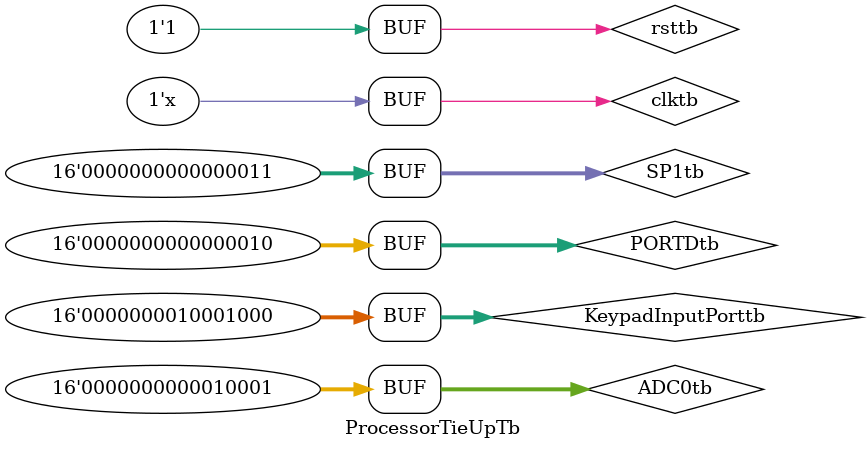
<source format=v>
`timescale 1ns / 1ps


module ProcessorTieUpTb();
    //input data registers
    reg [15:0] KeypadInputPorttb;
    reg [15:0] ADC0tb;
    reg [15:0] PORTDtb; //toggle connected to D0
    reg [15:0] SP1tb;
    
    //input instruction register
    wire [15:0] IRtb;
    
    //clock and reset pins
    reg clktb;
    reg rsttb;
    
    //output of internal registers
    wire [15:0] PCtb;
    wire [15:0] R0tb;
    wire [15:0] R1tb;
    wire [15:0] R2tb;
    wire [15:0] R3tb;
    wire [15:0] ACCtb;
    wire [15:0] BREGtb;
    wire [15:0] Ctb;
    wire [15:0] PORTBtb; //servo connected to B0
    wire [15:0] MBRtb;

    //Latched Values of Input registers
    wire [15:0] SP1Latchedtb;
    wire [15:0] ADC0Latchedtb;
    wire [15:0] PORTDLatchedtb; //toggle connected to D0
    wire [15:0] MARtb;
    wire [15:0] KeypadResulttb;

    
    wire [2:0] statetb;
    
    //control word outputs
    wire [3:0] OP1tb;
    wire [3:0] OP2tb;
    wire [3:0] OP3tb;
    wire [3:0] OP4tb;


//module ProcessorTieUpTb();
//    //data registers
//    reg [15:0] KeypadInputPorttb;
//    reg [15:0] ADC0tb;
//    reg [15:0] PORTDtb; //toggle connected to D0
//    reg [15:0] SP1tb;
//    //instruction register
//    wire [15:0] IRtb;
//    //clock and reset pins
//    reg clktb;
//    reg rsttb;
//    //of internal registers
//    wire [15:0] PCtb;
//    wire [15:0] R0tb;
//    wire [15:0] R1tb;
//    wire [15:0] R2tb;
//    wire [15:0] R3tb;
//    wire [15:0] ACCtb;
//    wire [15:0] BREGtb;
//    wire [15:0] Ctb;
//    wire [15:0] PORTBtb; //servo connected to B0
//    wire [15:0] MBRtb;
//    //Latched Values of registers
//    wire [15:0] SP1Latchedtb;
//    wire [15:0] ADC0Latchedtb;
//    wire [15:0] PORTDLatchedtb; //toggle connected to D0
//    wire [15:0] MARtb;
//    wire [15:0] KeypadResulttb;
    
//    wire [2:0] statetb;
//    //control word outputs
//    wire [3:0] OP1tb;
//    wire [3:0] OP2tb;
//    wire [3:0] OP3tb;
//    wire [3:0] OP4tb;
    
    
ProcessorTieUp U1(
    .KeypadInputPort(KeypadInputPorttb),
    .ADC0(ADC0tb),
	.PORTD(PORTDtb),
    .SP1(SP1tb),
    .IR(IRtb),
	.clk(clktb),
    .rst(rsttb),
	.PC(PCtb),
	.R0(R0tb),
    .R1(R1tb),
	.R2(R2tb),
    .R3(R3tb),
    .ACC(ACCtb),
	.BREG(BREGtb),
    .C(Ctb),
    .PORTB(PORTBtb),
    .MBR(MBRtb),
	.SP1Latched(SP1Latchedtb),
    .ADC0Latched(ADC0Latchedtb),
    .PORTDLatched(PORTDLatchedtb), 
	.MAR(MARtb),
	.KeypadResult(KeypadResulttb),
	.state(statetb),
	.OP1(OP1tb),
    .OP2(OP2tb),
    .OP3(OP3tb),
    .OP4(OP4tb)
    );

initial 
        begin
                #20 rsttb=1'b0; clktb=1'b0; KeypadInputPorttb = 8'h88; ADC0tb = 8'h11; PORTDtb = 8'h02; SP1tb = 8'h03;
                #1 rsttb=1'b1;
        end

always
        begin
                #1 clktb=~clktb;  // Clock Pulse Generation
        end


//initial 
//        begin
//                #22 SP1t=4'd7;  SP2t=4'd2; Literalt=4'd7;  ALUDirt[7:4]=4'd1;  ALUDirt[3:0]=4'd0;  opt=4'd0; IOt=4'd15;  // Load AB
//                #6 SP1t=4'd7;  SP2t=4'd2; Literalt=4'd7;  ALUDirt[7:4]=4'd7;  ALUDirt[3:0]=4'd7;  opt=4'd1; IOt=4'd15;   // ADD AB
//                #6 SP1t=4'd7;  SP2t=4'd2; Literalt=4'd7;  ALUDirt[7:4]=4'd7;  ALUDirt[3:0]=4'd7;  opt=4'd0; IOt=4'd12;  // SP3<-A
//                #6 SP1t=4'd7;  SP2t=4'd2; Literalt=4'd7;  ALUDirt[7:4]=4'd1;  ALUDirt[3:0]=4'd0;  opt=4'd0; IOt=4'd15;  // Load AB
//                #6 SP1t=4'd7;  SP2t=4'd2; Literalt=4'd7;  ALUDirt[7:4]=4'd7;  ALUDirt[3:0]=4'd7;  opt=4'd2; IOt=4'd15;   // SUB AB
//                #6 SP1t=4'd7;  SP2t=4'd2; Literalt=4'd7;  ALUDirt[7:4]=4'd7;  ALUDirt[3:0]=4'd7;  opt=4'd0; IOt=4'd12;  // SP3<-A
//                #6 SP1t=4'd7;  SP2t=4'd2; Literalt=4'd7;  ALUDirt[7:4]=4'd1;  ALUDirt[3:0]=4'd0;  opt=4'd0; IOt=4'd15;  // Load AB
//                #6 SP1t=4'd7;  SP2t=4'd2; Literalt=4'd7;  ALUDirt[7:4]=4'd7;  ALUDirt[3:0]=4'd7;  opt=4'd3; IOt=4'd15;   // AND AB
//                #6 SP1t=4'd7;  SP2t=4'd2; Literalt=4'd7;  ALUDirt[7:4]=4'd7;  ALUDirt[3:0]=4'd7;  opt=4'd0; IOt=4'd12;  // SP3<-A
//                #6 SP1t=4'd7;  SP2t=4'd2; Literalt=4'd7;  ALUDirt[7:4]=4'd1;  ALUDirt[3:0]=4'd0;  opt=4'd0; IOt=4'd15;  // Load AB
//                #6 SP1t=4'd7;  SP2t=4'd2; Literalt=4'd7;  ALUDirt[7:4]=4'd7;  ALUDirt[3:0]=4'd7;  opt=4'd4; IOt=4'd15;   // ORL AB
//                #6 SP1t=4'd7;  SP2t=4'd2; Literalt=4'd7;  ALUDirt[7:4]=4'd7;  ALUDirt[3:0]=4'd7;  opt=4'd0; IOt=4'd12;  // SP3<-A
//                #6 SP1t=4'd7;  SP2t=4'd2; Literalt=4'd7;  ALUDirt[7:4]=4'd1;  ALUDirt[3:0]=4'd0;  opt=4'd0; IOt=4'd15;  // Load AB
//                #6 SP1t=4'd7;  SP2t=4'd2; Literalt=4'd7;  ALUDirt[7:4]=4'd7;  ALUDirt[3:0]=4'd7;  opt=4'd5; IOt=4'd15;   // NOT A
//                #6 SP1t=4'd7;  SP2t=4'd2; Literalt=4'd7;  ALUDirt[7:4]=4'd7;  ALUDirt[3:0]=4'd7;  opt=4'd0; IOt=4'd12;  // SP3<-A
//                #6 SP1t=4'd7;  SP2t=4'd2; Literalt=4'd7;  ALUDirt[7:4]=4'd1;  ALUDirt[3:0]=4'd0;  opt=4'd0; IOt=4'd15;  // Load AB
//                #6 SP1t=4'd7;  SP2t=4'd2; Literalt=4'd7;  ALUDirt[7:4]=4'd7;  ALUDirt[3:0]=4'd7;  opt=4'd6; IOt=4'd15;   // XOR AB
//                #6 SP1t=4'd7;  SP2t=4'd2; Literalt=4'd7;  ALUDirt[7:4]=4'd7;  ALUDirt[3:0]=4'd7;  opt=4'd0; IOt=4'd12;  // SP3<-A
//                #6 SP1t=4'd7;  SP2t=4'd2; Literalt=4'd7;  ALUDirt[7:4]=4'd1;  ALUDirt[3:0]=4'd0;  opt=4'd0; IOt=4'd15;  // Load AB
//                #6 SP1t=4'd7;  SP2t=4'd2; Literalt=4'd7;  ALUDirt[7:4]=4'd7;  ALUDirt[3:0]=4'd7;  opt=4'd7; IOt=4'd15;   // ADD ALt AB
//                #6 SP1t=4'd7;  SP2t=4'd2; Literalt=4'd7;  ALUDirt[7:4]=4'd7;  ALUDirt[3:0]=4'd7;  opt=4'd0; IOt=4'd12;  // SP3<-A
//                #6 SP1t=4'd7;  SP2t=4'd2; Literalt=4'd7;  ALUDirt[7:4]=4'd1;  ALUDirt[3:0]=4'd0;  opt=4'd0; IOt=4'd15;  // Load AB
//                #6 SP1t=4'd7;  SP2t=4'd2; Literalt=4'd7;  ALUDirt[7:4]=4'd7;  ALUDirt[3:0]=4'd7;  opt=4'd8; IOt=4'd15;   // SUB ALit AB
//                #6 SP1t=4'd7;  SP2t=4'd2; Literalt=4'd7;  ALUDirt[7:4]=4'd7;  ALUDirt[3:0]=4'd7;  opt=4'd0; IOt=4'd12;  // SP3<-A
//                #6 SP1t=4'd7;  SP2t=4'd2; Literalt=4'd7;  ALUDirt[7:4]=4'd1;  ALUDirt[3:0]=4'd0;  opt=4'd0; IOt=4'd15;  // Load AB
//                #6 SP1t=4'd7;  SP2t=4'd2; Literalt=4'd7;  ALUDirt[7:4]=4'd7;  ALUDirt[3:0]=4'd7;  opt=4'd9; IOt=4'd15;   // AND AB
//                #6 SP1t=4'd7;  SP2t=4'd2; Literalt=4'd7;  ALUDirt[7:4]=4'd7;  ALUDirt[3:0]=4'd7;  opt=4'd0; IOt=4'd12;  // SP3<-A
//                #6 SP1t=4'd7;  SP2t=4'd2; Literalt=4'd7;  ALUDirt[7:4]=4'd1;  ALUDirt[3:0]=4'd0;  opt=4'd0; IOt=4'd15;  // Load AB
//                #6 SP1t=4'd7;  SP2t=4'd2; Literalt=4'd7;  ALUDirt[7:4]=4'd7;  ALUDirt[3:0]=4'd7;  opt=4'd10; IOt=4'd15;   // ORL ALit
//                #6 SP1t=4'd7;  SP2t=4'd2; Literalt=4'd7;  ALUDirt[7:4]=4'd7;  ALUDirt[3:0]=4'd7;  opt=4'd0; IOt=4'd12;  // SP3<-A
//                #6 SP1t=4'd7;  SP2t=4'd2; Literalt=4'd7;  ALUDirt[7:4]=4'd1;  ALUDirt[3:0]=4'd0;  opt=4'd0; IOt=4'd15;  // Load AB
//                #6 SP1t=4'd7;  SP2t=4'd2; Literalt=4'd7;  ALUDirt[7:4]=4'd7;  ALUDirt[3:0]=4'd7;  opt=4'd11; IOt=4'd15;   // NotLit
//                #6 SP1t=4'd7;  SP2t=4'd2; Literalt=4'd7;  ALUDirt[7:4]=4'd7;  ALUDirt[3:0]=4'd7;  opt=4'd0; IOt=4'd12;  // SP3<-A
//                #6 SP1t=4'd7;  SP2t=4'd2; Literalt=4'd7;  ALUDirt[7:4]=4'd1;  ALUDirt[3:0]=4'd0;  opt=4'd0; IOt=4'd15;  // Load AB
//                #6 SP1t=4'd7;  SP2t=4'd2; Literalt=4'd7;  ALUDirt[7:4]=4'd7;  ALUDirt[3:0]=4'd7;  opt=4'd12; IOt=4'd15;   // DIV AB
//                #6 SP1t=4'd7;  SP2t=4'd2; Literalt=4'd7;  ALUDirt[7:4]=4'd7;  ALUDirt[3:0]=4'd7;  opt=4'd0; IOt=4'd12;  // SP3<-A
//                #6 SP1t=4'd7;  SP2t=4'd2; Literalt=4'd7;  ALUDirt[7:4]=4'd1;  ALUDirt[3:0]=4'd0;  opt=4'd0; IOt=4'd15;  // Load AB
//                #6 SP1t=4'd7;  SP2t=4'd2; Literalt=4'd7;  ALUDirt[7:4]=4'd7;  ALUDirt[3:0]=4'd7;  opt=4'd13; IOt=4'd15;   // MUL AB
//                #6 SP1t=4'd7;  SP2t=4'd2; Literalt=4'd7;  ALUDirt[7:4]=4'd7;  ALUDirt[3:0]=4'd7;  opt=4'd0; IOt=4'd12;  // SP3<-A
//                #6 SP1t=4'd7;  SP2t=4'd2; Literalt=4'd0;  ALUDirt[7:4]=4'd7;  ALUDirt[3:0]=4'd7;  opt=4'd0; IOt=4'd14;   // JUMP 000
////                #16 SP1t=4'd7;  SP2t=4'd2; Literalt=4'd0;  ALUDirt[7:4]=4'd7;  ALUDirt[3:0]=4'd7;  opt=4'd0; IOt=4'd12;  // SP3<-A
//        end


//endmodule
endmodule

</source>
